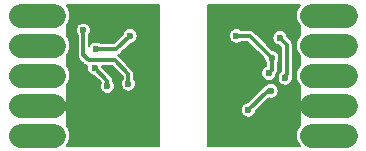
<source format=gbl>
G04 #@! TF.GenerationSoftware,KiCad,Pcbnew,5.1.8-db9833491~88~ubuntu20.04.1*
G04 #@! TF.CreationDate,2021-03-13T16:05:35+01:00*
G04 #@! TF.ProjectId,SWD_Isolator,5357445f-4973-46f6-9c61-746f722e6b69,rev?*
G04 #@! TF.SameCoordinates,PX4160928PY2f7a4c0*
G04 #@! TF.FileFunction,Copper,L2,Bot*
G04 #@! TF.FilePolarity,Positive*
%FSLAX46Y46*%
G04 Gerber Fmt 4.6, Leading zero omitted, Abs format (unit mm)*
G04 Created by KiCad (PCBNEW 5.1.8-db9833491~88~ubuntu20.04.1) date 2021-03-13 16:05:35*
%MOMM*%
%LPD*%
G01*
G04 APERTURE LIST*
G04 #@! TA.AperFunction,ComponentPad*
%ADD10O,1.700000X1.700000*%
G04 #@! TD*
G04 #@! TA.AperFunction,ComponentPad*
%ADD11R,1.700000X1.700000*%
G04 #@! TD*
G04 #@! TA.AperFunction,ViaPad*
%ADD12C,0.600000*%
G04 #@! TD*
G04 #@! TA.AperFunction,Conductor*
%ADD13C,2.000000*%
G04 #@! TD*
G04 #@! TA.AperFunction,Conductor*
%ADD14C,0.300000*%
G04 #@! TD*
G04 #@! TA.AperFunction,Conductor*
%ADD15C,0.800000*%
G04 #@! TD*
G04 #@! TA.AperFunction,Conductor*
%ADD16C,0.200000*%
G04 #@! TD*
G04 #@! TA.AperFunction,Conductor*
%ADD17C,0.100000*%
G04 #@! TD*
G04 APERTURE END LIST*
D10*
X26430000Y1333500D03*
X26430000Y3873500D03*
X26430000Y6413500D03*
X26430000Y8953500D03*
D11*
X26430000Y11493500D03*
D10*
X3570000Y11493500D03*
X3570000Y8953500D03*
X3570000Y6413500D03*
X3570000Y3873500D03*
D11*
X3570000Y1333500D03*
D12*
X10441000Y9779000D03*
X7583500Y8636000D03*
X7456500Y7048500D03*
X8536000Y5500000D03*
X12600000Y825500D03*
X11647500Y825500D03*
X7266000Y5080000D03*
X5932500Y4889500D03*
X5551500Y2540000D03*
X6059500Y7175500D03*
X11965000Y11938000D03*
X7202500Y11239500D03*
X6440500Y11874500D03*
X8663000Y12090400D03*
X10441000Y12039600D03*
X7494600Y10363200D03*
X6504000Y10238500D03*
X10314000Y5715000D03*
X17362500Y825500D03*
X18251500Y825500D03*
X24347500Y4572000D03*
X24411000Y2984500D03*
X23268000Y4699000D03*
X23395000Y11938000D03*
X22734600Y10922000D03*
X17502200Y12039600D03*
X18670600Y12039600D03*
X23141000Y9603500D03*
X20474000Y3492500D03*
X22383521Y5116373D03*
X23585500Y6223006D03*
X19458000Y9779000D03*
X22188500Y6604006D03*
X22442500Y7921512D03*
D13*
X4027500Y1333500D02*
X1175010Y1333500D01*
D14*
X10441000Y9779000D02*
X9298000Y8636000D01*
X9298000Y8636000D02*
X7583500Y8636000D01*
X8536000Y5969000D02*
X8536000Y5500000D01*
X7456500Y7048500D02*
X8536000Y5969000D01*
D13*
X4027500Y3873500D02*
X1175010Y3873500D01*
D15*
X5229581Y3873500D02*
X5267681Y3911600D01*
X4027500Y3873500D02*
X5229581Y3873500D01*
X5267681Y3911600D02*
X6275400Y3911600D01*
D13*
X4027500Y8953500D02*
X2825419Y8953500D01*
X2825419Y8953500D02*
X1175010Y8953500D01*
X4027500Y6413500D02*
X1175010Y6413500D01*
X4027500Y11493500D02*
X1175010Y11493500D01*
D14*
X6504000Y10238500D02*
X6504000Y8128000D01*
X6933499Y7698501D02*
X9155999Y7698501D01*
X6504000Y8128000D02*
X6933499Y7698501D01*
X9155999Y7698501D02*
X10314000Y6540500D01*
X10314000Y6540500D02*
X10314000Y5715000D01*
D13*
X25871500Y3873500D02*
X28723990Y3873500D01*
D15*
X24669419Y3873500D02*
X24656719Y3860800D01*
X25871500Y3873500D02*
X24669419Y3873500D01*
X24656719Y3860800D02*
X23547400Y3860800D01*
D13*
X25871500Y11493500D02*
X28723990Y11493500D01*
D14*
X22097873Y5116373D02*
X22383521Y5116373D01*
X20474000Y3492500D02*
X22097873Y5116373D01*
X23585500Y6413500D02*
X23585500Y6223006D01*
X23712500Y6540500D02*
X23585500Y6413500D01*
X23141000Y9603500D02*
X23712500Y9032000D01*
X23712500Y9032000D02*
X23712500Y6540500D01*
D13*
X25871500Y6413500D02*
X28723990Y6413500D01*
X25871500Y8953500D02*
X28723990Y8953500D01*
X25871500Y1333500D02*
X26316000Y1333500D01*
X26316000Y1333500D02*
X28723990Y1333500D01*
D14*
X22442500Y6858006D02*
X22188500Y6604006D01*
X22442500Y7921512D02*
X22442500Y6858006D01*
X20585012Y9779000D02*
X22142501Y8221511D01*
X22142501Y8221511D02*
X22442500Y7921512D01*
X19458000Y9779000D02*
X20585012Y9779000D01*
D16*
X12881000Y429000D02*
X5143500Y429000D01*
X5143500Y559027D01*
X5158757Y577618D01*
X5284485Y812840D01*
X5361908Y1068070D01*
X5388051Y1333500D01*
X5361908Y1598930D01*
X5284485Y1854160D01*
X5158757Y2089382D01*
X5143500Y2107973D01*
X5143500Y5639027D01*
X5158757Y5657618D01*
X5284485Y5892840D01*
X5361908Y6148070D01*
X5388051Y6413500D01*
X5361908Y6678930D01*
X5284485Y6934160D01*
X5158757Y7169382D01*
X5143500Y7187973D01*
X5143500Y8179027D01*
X5158757Y8197618D01*
X5284485Y8432840D01*
X5361908Y8688070D01*
X5388051Y8953500D01*
X5361908Y9218930D01*
X5284485Y9474160D01*
X5158757Y9709382D01*
X5143500Y9727973D01*
X5143500Y10302913D01*
X5850000Y10302913D01*
X5850000Y10174087D01*
X5875133Y10047735D01*
X5924433Y9928715D01*
X5996005Y9821600D01*
X6000000Y9817605D01*
X6000001Y8152763D01*
X5997562Y8128000D01*
X6007293Y8029199D01*
X6036113Y7934195D01*
X6082913Y7846638D01*
X6145895Y7769894D01*
X6165122Y7754115D01*
X6559613Y7359623D01*
X6575393Y7340395D01*
X6652137Y7277413D01*
X6739694Y7230613D01*
X6821006Y7205947D01*
X6802500Y7112913D01*
X6802500Y6984087D01*
X6827633Y6857735D01*
X6876933Y6738715D01*
X6948505Y6631600D01*
X7039600Y6540505D01*
X7146715Y6468933D01*
X7265735Y6419633D01*
X7392087Y6394500D01*
X7397737Y6394500D01*
X7966855Y5825382D01*
X7956433Y5809785D01*
X7907133Y5690765D01*
X7882000Y5564413D01*
X7882000Y5435587D01*
X7907133Y5309235D01*
X7956433Y5190215D01*
X8028005Y5083100D01*
X8119100Y4992005D01*
X8226215Y4920433D01*
X8345235Y4871133D01*
X8471587Y4846000D01*
X8600413Y4846000D01*
X8726765Y4871133D01*
X8845785Y4920433D01*
X8952900Y4992005D01*
X9043995Y5083100D01*
X9115567Y5190215D01*
X9164867Y5309235D01*
X9190000Y5435587D01*
X9190000Y5564413D01*
X9164867Y5690765D01*
X9115567Y5809785D01*
X9043995Y5916900D01*
X9040000Y5920895D01*
X9040000Y5944246D01*
X9042438Y5969000D01*
X9032707Y6067801D01*
X9029138Y6079567D01*
X9003888Y6162805D01*
X8957088Y6250362D01*
X8894106Y6327106D01*
X8874873Y6342890D01*
X8110500Y7107263D01*
X8110500Y7112913D01*
X8094271Y7194501D01*
X8947236Y7194501D01*
X9810000Y6331737D01*
X9810000Y6135895D01*
X9806005Y6131900D01*
X9734433Y6024785D01*
X9685133Y5905765D01*
X9660000Y5779413D01*
X9660000Y5650587D01*
X9685133Y5524235D01*
X9734433Y5405215D01*
X9806005Y5298100D01*
X9897100Y5207005D01*
X10004215Y5135433D01*
X10123235Y5086133D01*
X10249587Y5061000D01*
X10378413Y5061000D01*
X10504765Y5086133D01*
X10623785Y5135433D01*
X10730900Y5207005D01*
X10821995Y5298100D01*
X10893567Y5405215D01*
X10942867Y5524235D01*
X10968000Y5650587D01*
X10968000Y5779413D01*
X10942867Y5905765D01*
X10893567Y6024785D01*
X10821995Y6131900D01*
X10818000Y6135895D01*
X10818000Y6515746D01*
X10820438Y6540500D01*
X10810707Y6639302D01*
X10781888Y6734304D01*
X10781888Y6734305D01*
X10735088Y6821862D01*
X10672106Y6898606D01*
X10652873Y6914390D01*
X9529889Y8037374D01*
X9514105Y8056607D01*
X9437361Y8119589D01*
X9399159Y8140008D01*
X9491805Y8168112D01*
X9579362Y8214912D01*
X9656106Y8277894D01*
X9671890Y8297127D01*
X10499764Y9125000D01*
X10505413Y9125000D01*
X10631765Y9150133D01*
X10750785Y9199433D01*
X10857900Y9271005D01*
X10948995Y9362100D01*
X11020567Y9469215D01*
X11069867Y9588235D01*
X11095000Y9714587D01*
X11095000Y9843413D01*
X11069867Y9969765D01*
X11020567Y10088785D01*
X10948995Y10195900D01*
X10857900Y10286995D01*
X10750785Y10358567D01*
X10631765Y10407867D01*
X10505413Y10433000D01*
X10376587Y10433000D01*
X10250235Y10407867D01*
X10131215Y10358567D01*
X10024100Y10286995D01*
X9933005Y10195900D01*
X9861433Y10088785D01*
X9812133Y9969765D01*
X9787000Y9843413D01*
X9787000Y9837764D01*
X9089237Y9140000D01*
X8004395Y9140000D01*
X8000400Y9143995D01*
X7893285Y9215567D01*
X7774265Y9264867D01*
X7647913Y9290000D01*
X7519087Y9290000D01*
X7392735Y9264867D01*
X7273715Y9215567D01*
X7166600Y9143995D01*
X7075505Y9052900D01*
X7008000Y8951872D01*
X7008000Y9817605D01*
X7011995Y9821600D01*
X7083567Y9928715D01*
X7132867Y10047735D01*
X7158000Y10174087D01*
X7158000Y10302913D01*
X7132867Y10429265D01*
X7083567Y10548285D01*
X7011995Y10655400D01*
X6920900Y10746495D01*
X6813785Y10818067D01*
X6694765Y10867367D01*
X6568413Y10892500D01*
X6439587Y10892500D01*
X6313235Y10867367D01*
X6194215Y10818067D01*
X6087100Y10746495D01*
X5996005Y10655400D01*
X5924433Y10548285D01*
X5875133Y10429265D01*
X5850000Y10302913D01*
X5143500Y10302913D01*
X5143500Y10719027D01*
X5158757Y10737618D01*
X5284485Y10972840D01*
X5361908Y11228070D01*
X5388051Y11493500D01*
X5361908Y11758930D01*
X5284485Y12014160D01*
X5158757Y12249382D01*
X5143500Y12267973D01*
X5143500Y12398000D01*
X12881000Y12398000D01*
X12881000Y429000D01*
G04 #@! TA.AperFunction,Conductor*
D17*
G36*
X12881000Y429000D02*
G01*
X5143500Y429000D01*
X5143500Y559027D01*
X5158757Y577618D01*
X5284485Y812840D01*
X5361908Y1068070D01*
X5388051Y1333500D01*
X5361908Y1598930D01*
X5284485Y1854160D01*
X5158757Y2089382D01*
X5143500Y2107973D01*
X5143500Y5639027D01*
X5158757Y5657618D01*
X5284485Y5892840D01*
X5361908Y6148070D01*
X5388051Y6413500D01*
X5361908Y6678930D01*
X5284485Y6934160D01*
X5158757Y7169382D01*
X5143500Y7187973D01*
X5143500Y8179027D01*
X5158757Y8197618D01*
X5284485Y8432840D01*
X5361908Y8688070D01*
X5388051Y8953500D01*
X5361908Y9218930D01*
X5284485Y9474160D01*
X5158757Y9709382D01*
X5143500Y9727973D01*
X5143500Y10302913D01*
X5850000Y10302913D01*
X5850000Y10174087D01*
X5875133Y10047735D01*
X5924433Y9928715D01*
X5996005Y9821600D01*
X6000000Y9817605D01*
X6000001Y8152763D01*
X5997562Y8128000D01*
X6007293Y8029199D01*
X6036113Y7934195D01*
X6082913Y7846638D01*
X6145895Y7769894D01*
X6165122Y7754115D01*
X6559613Y7359623D01*
X6575393Y7340395D01*
X6652137Y7277413D01*
X6739694Y7230613D01*
X6821006Y7205947D01*
X6802500Y7112913D01*
X6802500Y6984087D01*
X6827633Y6857735D01*
X6876933Y6738715D01*
X6948505Y6631600D01*
X7039600Y6540505D01*
X7146715Y6468933D01*
X7265735Y6419633D01*
X7392087Y6394500D01*
X7397737Y6394500D01*
X7966855Y5825382D01*
X7956433Y5809785D01*
X7907133Y5690765D01*
X7882000Y5564413D01*
X7882000Y5435587D01*
X7907133Y5309235D01*
X7956433Y5190215D01*
X8028005Y5083100D01*
X8119100Y4992005D01*
X8226215Y4920433D01*
X8345235Y4871133D01*
X8471587Y4846000D01*
X8600413Y4846000D01*
X8726765Y4871133D01*
X8845785Y4920433D01*
X8952900Y4992005D01*
X9043995Y5083100D01*
X9115567Y5190215D01*
X9164867Y5309235D01*
X9190000Y5435587D01*
X9190000Y5564413D01*
X9164867Y5690765D01*
X9115567Y5809785D01*
X9043995Y5916900D01*
X9040000Y5920895D01*
X9040000Y5944246D01*
X9042438Y5969000D01*
X9032707Y6067801D01*
X9029138Y6079567D01*
X9003888Y6162805D01*
X8957088Y6250362D01*
X8894106Y6327106D01*
X8874873Y6342890D01*
X8110500Y7107263D01*
X8110500Y7112913D01*
X8094271Y7194501D01*
X8947236Y7194501D01*
X9810000Y6331737D01*
X9810000Y6135895D01*
X9806005Y6131900D01*
X9734433Y6024785D01*
X9685133Y5905765D01*
X9660000Y5779413D01*
X9660000Y5650587D01*
X9685133Y5524235D01*
X9734433Y5405215D01*
X9806005Y5298100D01*
X9897100Y5207005D01*
X10004215Y5135433D01*
X10123235Y5086133D01*
X10249587Y5061000D01*
X10378413Y5061000D01*
X10504765Y5086133D01*
X10623785Y5135433D01*
X10730900Y5207005D01*
X10821995Y5298100D01*
X10893567Y5405215D01*
X10942867Y5524235D01*
X10968000Y5650587D01*
X10968000Y5779413D01*
X10942867Y5905765D01*
X10893567Y6024785D01*
X10821995Y6131900D01*
X10818000Y6135895D01*
X10818000Y6515746D01*
X10820438Y6540500D01*
X10810707Y6639302D01*
X10781888Y6734304D01*
X10781888Y6734305D01*
X10735088Y6821862D01*
X10672106Y6898606D01*
X10652873Y6914390D01*
X9529889Y8037374D01*
X9514105Y8056607D01*
X9437361Y8119589D01*
X9399159Y8140008D01*
X9491805Y8168112D01*
X9579362Y8214912D01*
X9656106Y8277894D01*
X9671890Y8297127D01*
X10499764Y9125000D01*
X10505413Y9125000D01*
X10631765Y9150133D01*
X10750785Y9199433D01*
X10857900Y9271005D01*
X10948995Y9362100D01*
X11020567Y9469215D01*
X11069867Y9588235D01*
X11095000Y9714587D01*
X11095000Y9843413D01*
X11069867Y9969765D01*
X11020567Y10088785D01*
X10948995Y10195900D01*
X10857900Y10286995D01*
X10750785Y10358567D01*
X10631765Y10407867D01*
X10505413Y10433000D01*
X10376587Y10433000D01*
X10250235Y10407867D01*
X10131215Y10358567D01*
X10024100Y10286995D01*
X9933005Y10195900D01*
X9861433Y10088785D01*
X9812133Y9969765D01*
X9787000Y9843413D01*
X9787000Y9837764D01*
X9089237Y9140000D01*
X8004395Y9140000D01*
X8000400Y9143995D01*
X7893285Y9215567D01*
X7774265Y9264867D01*
X7647913Y9290000D01*
X7519087Y9290000D01*
X7392735Y9264867D01*
X7273715Y9215567D01*
X7166600Y9143995D01*
X7075505Y9052900D01*
X7008000Y8951872D01*
X7008000Y9817605D01*
X7011995Y9821600D01*
X7083567Y9928715D01*
X7132867Y10047735D01*
X7158000Y10174087D01*
X7158000Y10302913D01*
X7132867Y10429265D01*
X7083567Y10548285D01*
X7011995Y10655400D01*
X6920900Y10746495D01*
X6813785Y10818067D01*
X6694765Y10867367D01*
X6568413Y10892500D01*
X6439587Y10892500D01*
X6313235Y10867367D01*
X6194215Y10818067D01*
X6087100Y10746495D01*
X5996005Y10655400D01*
X5924433Y10548285D01*
X5875133Y10429265D01*
X5850000Y10302913D01*
X5143500Y10302913D01*
X5143500Y10719027D01*
X5158757Y10737618D01*
X5284485Y10972840D01*
X5361908Y11228070D01*
X5388051Y11493500D01*
X5361908Y11758930D01*
X5284485Y12014160D01*
X5158757Y12249382D01*
X5143500Y12267973D01*
X5143500Y12398000D01*
X12881000Y12398000D01*
X12881000Y429000D01*
G37*
G04 #@! TD.AperFunction*
D16*
X24819000Y12345347D02*
X24740243Y12249382D01*
X24614515Y12014160D01*
X24537092Y11758930D01*
X24510949Y11493500D01*
X24537092Y11228070D01*
X24614515Y10972840D01*
X24740243Y10737618D01*
X24819000Y10641652D01*
X24819000Y9805348D01*
X24740243Y9709382D01*
X24614515Y9474160D01*
X24537092Y9218930D01*
X24510949Y8953500D01*
X24537092Y8688070D01*
X24614515Y8432840D01*
X24740243Y8197618D01*
X24819000Y8101652D01*
X24819000Y7265348D01*
X24740243Y7169382D01*
X24614515Y6934160D01*
X24537092Y6678930D01*
X24510949Y6413500D01*
X24537092Y6148070D01*
X24614515Y5892840D01*
X24740243Y5657618D01*
X24819000Y5561652D01*
X24819000Y2185348D01*
X24740243Y2089382D01*
X24614515Y1854160D01*
X24537092Y1598930D01*
X24510949Y1333500D01*
X24537092Y1068070D01*
X24614515Y812840D01*
X24740243Y577618D01*
X24819000Y481653D01*
X24819000Y429000D01*
X17081500Y429000D01*
X17081500Y3556913D01*
X19820000Y3556913D01*
X19820000Y3428087D01*
X19845133Y3301735D01*
X19894433Y3182715D01*
X19966005Y3075600D01*
X20057100Y2984505D01*
X20164215Y2912933D01*
X20283235Y2863633D01*
X20409587Y2838500D01*
X20538413Y2838500D01*
X20664765Y2863633D01*
X20783785Y2912933D01*
X20890900Y2984505D01*
X20981995Y3075600D01*
X21053567Y3182715D01*
X21102867Y3301735D01*
X21128000Y3428087D01*
X21128000Y3433737D01*
X22184988Y4490724D01*
X22192756Y4487506D01*
X22319108Y4462373D01*
X22447934Y4462373D01*
X22574286Y4487506D01*
X22693306Y4536806D01*
X22800421Y4608378D01*
X22891516Y4699473D01*
X22963088Y4806588D01*
X23012388Y4925608D01*
X23037521Y5051960D01*
X23037521Y5180786D01*
X23012388Y5307138D01*
X22963088Y5426158D01*
X22891516Y5533273D01*
X22800421Y5624368D01*
X22693306Y5695940D01*
X22574286Y5745240D01*
X22447934Y5770373D01*
X22319108Y5770373D01*
X22192756Y5745240D01*
X22073736Y5695940D01*
X21966621Y5624368D01*
X21936288Y5594035D01*
X21904068Y5584261D01*
X21816511Y5537461D01*
X21739767Y5474479D01*
X21723987Y5455251D01*
X20415237Y4146500D01*
X20409587Y4146500D01*
X20283235Y4121367D01*
X20164215Y4072067D01*
X20057100Y4000495D01*
X19966005Y3909400D01*
X19894433Y3802285D01*
X19845133Y3683265D01*
X19820000Y3556913D01*
X17081500Y3556913D01*
X17081500Y9843413D01*
X18804000Y9843413D01*
X18804000Y9714587D01*
X18829133Y9588235D01*
X18878433Y9469215D01*
X18950005Y9362100D01*
X19041100Y9271005D01*
X19148215Y9199433D01*
X19267235Y9150133D01*
X19393587Y9125000D01*
X19522413Y9125000D01*
X19648765Y9150133D01*
X19767785Y9199433D01*
X19874900Y9271005D01*
X19878895Y9275000D01*
X20376249Y9275000D01*
X21788500Y7862748D01*
X21788500Y7857099D01*
X21813633Y7730747D01*
X21862933Y7611727D01*
X21934505Y7504612D01*
X21938500Y7500617D01*
X21938501Y7208337D01*
X21878715Y7183573D01*
X21771600Y7112001D01*
X21680505Y7020906D01*
X21608933Y6913791D01*
X21559633Y6794771D01*
X21534500Y6668419D01*
X21534500Y6539593D01*
X21559633Y6413241D01*
X21608933Y6294221D01*
X21680505Y6187106D01*
X21771600Y6096011D01*
X21878715Y6024439D01*
X21997735Y5975139D01*
X22124087Y5950006D01*
X22252913Y5950006D01*
X22379265Y5975139D01*
X22498285Y6024439D01*
X22605400Y6096011D01*
X22696495Y6187106D01*
X22768067Y6294221D01*
X22817367Y6413241D01*
X22842500Y6539593D01*
X22842500Y6550948D01*
X22863588Y6576644D01*
X22910388Y6664201D01*
X22939207Y6759205D01*
X22946500Y6833252D01*
X22946500Y6833254D01*
X22948938Y6858005D01*
X22946500Y6882756D01*
X22946500Y7500617D01*
X22950495Y7504612D01*
X23022067Y7611727D01*
X23071367Y7730747D01*
X23096500Y7857099D01*
X23096500Y7985925D01*
X23071367Y8112277D01*
X23022067Y8231297D01*
X22950495Y8338412D01*
X22859400Y8429507D01*
X22752285Y8501079D01*
X22633265Y8550379D01*
X22506913Y8575512D01*
X22501264Y8575512D01*
X21408863Y9667913D01*
X22487000Y9667913D01*
X22487000Y9539087D01*
X22512133Y9412735D01*
X22561433Y9293715D01*
X22633005Y9186600D01*
X22724100Y9095505D01*
X22831215Y9023933D01*
X22950235Y8974633D01*
X23076587Y8949500D01*
X23082236Y8949500D01*
X23208500Y8823236D01*
X23208501Y6757662D01*
X23168600Y6731001D01*
X23077505Y6639906D01*
X23005933Y6532791D01*
X22956633Y6413771D01*
X22931500Y6287419D01*
X22931500Y6158593D01*
X22956633Y6032241D01*
X23005933Y5913221D01*
X23077505Y5806106D01*
X23168600Y5715011D01*
X23275715Y5643439D01*
X23394735Y5594139D01*
X23521087Y5569006D01*
X23649913Y5569006D01*
X23776265Y5594139D01*
X23895285Y5643439D01*
X24002400Y5715011D01*
X24093495Y5806106D01*
X24165067Y5913221D01*
X24214367Y6032241D01*
X24239500Y6158593D01*
X24239500Y6287419D01*
X24214367Y6413771D01*
X24206498Y6432768D01*
X24209207Y6441699D01*
X24216500Y6515746D01*
X24218938Y6540499D01*
X24216500Y6565253D01*
X24216500Y9007247D01*
X24218938Y9032001D01*
X24209207Y9130802D01*
X24200465Y9159621D01*
X24180388Y9225805D01*
X24133588Y9313362D01*
X24070606Y9390106D01*
X24051378Y9405886D01*
X23795000Y9662264D01*
X23795000Y9667913D01*
X23769867Y9794265D01*
X23720567Y9913285D01*
X23648995Y10020400D01*
X23557900Y10111495D01*
X23450785Y10183067D01*
X23331765Y10232367D01*
X23205413Y10257500D01*
X23076587Y10257500D01*
X22950235Y10232367D01*
X22831215Y10183067D01*
X22724100Y10111495D01*
X22633005Y10020400D01*
X22561433Y9913285D01*
X22512133Y9794265D01*
X22487000Y9667913D01*
X21408863Y9667913D01*
X20958902Y10117873D01*
X20943118Y10137106D01*
X20866374Y10200088D01*
X20778817Y10246888D01*
X20683813Y10275707D01*
X20609766Y10283000D01*
X20585012Y10285438D01*
X20560258Y10283000D01*
X19878895Y10283000D01*
X19874900Y10286995D01*
X19767785Y10358567D01*
X19648765Y10407867D01*
X19522413Y10433000D01*
X19393587Y10433000D01*
X19267235Y10407867D01*
X19148215Y10358567D01*
X19041100Y10286995D01*
X18950005Y10195900D01*
X18878433Y10088785D01*
X18829133Y9969765D01*
X18804000Y9843413D01*
X17081500Y9843413D01*
X17081500Y12398000D01*
X24819000Y12398000D01*
X24819000Y12345347D01*
G04 #@! TA.AperFunction,Conductor*
D17*
G36*
X24819000Y12345347D02*
G01*
X24740243Y12249382D01*
X24614515Y12014160D01*
X24537092Y11758930D01*
X24510949Y11493500D01*
X24537092Y11228070D01*
X24614515Y10972840D01*
X24740243Y10737618D01*
X24819000Y10641652D01*
X24819000Y9805348D01*
X24740243Y9709382D01*
X24614515Y9474160D01*
X24537092Y9218930D01*
X24510949Y8953500D01*
X24537092Y8688070D01*
X24614515Y8432840D01*
X24740243Y8197618D01*
X24819000Y8101652D01*
X24819000Y7265348D01*
X24740243Y7169382D01*
X24614515Y6934160D01*
X24537092Y6678930D01*
X24510949Y6413500D01*
X24537092Y6148070D01*
X24614515Y5892840D01*
X24740243Y5657618D01*
X24819000Y5561652D01*
X24819000Y2185348D01*
X24740243Y2089382D01*
X24614515Y1854160D01*
X24537092Y1598930D01*
X24510949Y1333500D01*
X24537092Y1068070D01*
X24614515Y812840D01*
X24740243Y577618D01*
X24819000Y481653D01*
X24819000Y429000D01*
X17081500Y429000D01*
X17081500Y3556913D01*
X19820000Y3556913D01*
X19820000Y3428087D01*
X19845133Y3301735D01*
X19894433Y3182715D01*
X19966005Y3075600D01*
X20057100Y2984505D01*
X20164215Y2912933D01*
X20283235Y2863633D01*
X20409587Y2838500D01*
X20538413Y2838500D01*
X20664765Y2863633D01*
X20783785Y2912933D01*
X20890900Y2984505D01*
X20981995Y3075600D01*
X21053567Y3182715D01*
X21102867Y3301735D01*
X21128000Y3428087D01*
X21128000Y3433737D01*
X22184988Y4490724D01*
X22192756Y4487506D01*
X22319108Y4462373D01*
X22447934Y4462373D01*
X22574286Y4487506D01*
X22693306Y4536806D01*
X22800421Y4608378D01*
X22891516Y4699473D01*
X22963088Y4806588D01*
X23012388Y4925608D01*
X23037521Y5051960D01*
X23037521Y5180786D01*
X23012388Y5307138D01*
X22963088Y5426158D01*
X22891516Y5533273D01*
X22800421Y5624368D01*
X22693306Y5695940D01*
X22574286Y5745240D01*
X22447934Y5770373D01*
X22319108Y5770373D01*
X22192756Y5745240D01*
X22073736Y5695940D01*
X21966621Y5624368D01*
X21936288Y5594035D01*
X21904068Y5584261D01*
X21816511Y5537461D01*
X21739767Y5474479D01*
X21723987Y5455251D01*
X20415237Y4146500D01*
X20409587Y4146500D01*
X20283235Y4121367D01*
X20164215Y4072067D01*
X20057100Y4000495D01*
X19966005Y3909400D01*
X19894433Y3802285D01*
X19845133Y3683265D01*
X19820000Y3556913D01*
X17081500Y3556913D01*
X17081500Y9843413D01*
X18804000Y9843413D01*
X18804000Y9714587D01*
X18829133Y9588235D01*
X18878433Y9469215D01*
X18950005Y9362100D01*
X19041100Y9271005D01*
X19148215Y9199433D01*
X19267235Y9150133D01*
X19393587Y9125000D01*
X19522413Y9125000D01*
X19648765Y9150133D01*
X19767785Y9199433D01*
X19874900Y9271005D01*
X19878895Y9275000D01*
X20376249Y9275000D01*
X21788500Y7862748D01*
X21788500Y7857099D01*
X21813633Y7730747D01*
X21862933Y7611727D01*
X21934505Y7504612D01*
X21938500Y7500617D01*
X21938501Y7208337D01*
X21878715Y7183573D01*
X21771600Y7112001D01*
X21680505Y7020906D01*
X21608933Y6913791D01*
X21559633Y6794771D01*
X21534500Y6668419D01*
X21534500Y6539593D01*
X21559633Y6413241D01*
X21608933Y6294221D01*
X21680505Y6187106D01*
X21771600Y6096011D01*
X21878715Y6024439D01*
X21997735Y5975139D01*
X22124087Y5950006D01*
X22252913Y5950006D01*
X22379265Y5975139D01*
X22498285Y6024439D01*
X22605400Y6096011D01*
X22696495Y6187106D01*
X22768067Y6294221D01*
X22817367Y6413241D01*
X22842500Y6539593D01*
X22842500Y6550948D01*
X22863588Y6576644D01*
X22910388Y6664201D01*
X22939207Y6759205D01*
X22946500Y6833252D01*
X22946500Y6833254D01*
X22948938Y6858005D01*
X22946500Y6882756D01*
X22946500Y7500617D01*
X22950495Y7504612D01*
X23022067Y7611727D01*
X23071367Y7730747D01*
X23096500Y7857099D01*
X23096500Y7985925D01*
X23071367Y8112277D01*
X23022067Y8231297D01*
X22950495Y8338412D01*
X22859400Y8429507D01*
X22752285Y8501079D01*
X22633265Y8550379D01*
X22506913Y8575512D01*
X22501264Y8575512D01*
X21408863Y9667913D01*
X22487000Y9667913D01*
X22487000Y9539087D01*
X22512133Y9412735D01*
X22561433Y9293715D01*
X22633005Y9186600D01*
X22724100Y9095505D01*
X22831215Y9023933D01*
X22950235Y8974633D01*
X23076587Y8949500D01*
X23082236Y8949500D01*
X23208500Y8823236D01*
X23208501Y6757662D01*
X23168600Y6731001D01*
X23077505Y6639906D01*
X23005933Y6532791D01*
X22956633Y6413771D01*
X22931500Y6287419D01*
X22931500Y6158593D01*
X22956633Y6032241D01*
X23005933Y5913221D01*
X23077505Y5806106D01*
X23168600Y5715011D01*
X23275715Y5643439D01*
X23394735Y5594139D01*
X23521087Y5569006D01*
X23649913Y5569006D01*
X23776265Y5594139D01*
X23895285Y5643439D01*
X24002400Y5715011D01*
X24093495Y5806106D01*
X24165067Y5913221D01*
X24214367Y6032241D01*
X24239500Y6158593D01*
X24239500Y6287419D01*
X24214367Y6413771D01*
X24206498Y6432768D01*
X24209207Y6441699D01*
X24216500Y6515746D01*
X24218938Y6540499D01*
X24216500Y6565253D01*
X24216500Y9007247D01*
X24218938Y9032001D01*
X24209207Y9130802D01*
X24200465Y9159621D01*
X24180388Y9225805D01*
X24133588Y9313362D01*
X24070606Y9390106D01*
X24051378Y9405886D01*
X23795000Y9662264D01*
X23795000Y9667913D01*
X23769867Y9794265D01*
X23720567Y9913285D01*
X23648995Y10020400D01*
X23557900Y10111495D01*
X23450785Y10183067D01*
X23331765Y10232367D01*
X23205413Y10257500D01*
X23076587Y10257500D01*
X22950235Y10232367D01*
X22831215Y10183067D01*
X22724100Y10111495D01*
X22633005Y10020400D01*
X22561433Y9913285D01*
X22512133Y9794265D01*
X22487000Y9667913D01*
X21408863Y9667913D01*
X20958902Y10117873D01*
X20943118Y10137106D01*
X20866374Y10200088D01*
X20778817Y10246888D01*
X20683813Y10275707D01*
X20609766Y10283000D01*
X20585012Y10285438D01*
X20560258Y10283000D01*
X19878895Y10283000D01*
X19874900Y10286995D01*
X19767785Y10358567D01*
X19648765Y10407867D01*
X19522413Y10433000D01*
X19393587Y10433000D01*
X19267235Y10407867D01*
X19148215Y10358567D01*
X19041100Y10286995D01*
X18950005Y10195900D01*
X18878433Y10088785D01*
X18829133Y9969765D01*
X18804000Y9843413D01*
X17081500Y9843413D01*
X17081500Y12398000D01*
X24819000Y12398000D01*
X24819000Y12345347D01*
G37*
G04 #@! TD.AperFunction*
M02*

</source>
